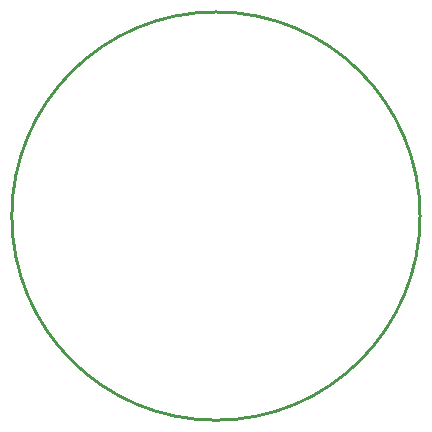
<source format=gko>
G04 Layer: BoardOutlineLayer*
G04 EasyEDA Pro v2.2.39.2, 2025-06-07 21:32:46*
G04 Gerber Generator version 0.3*
G04 Scale: 100 percent, Rotated: No, Reflected: No*
G04 Dimensions in millimeters*
G04 Leading zeros omitted, absolute positions, 4 integers and 5 decimals*
G04 Generated by one-click*
%FSLAX45Y45*%
%MOMM*%
%ADD10C,0.254*%
%ADD11C,0.3463*%
G75*


G04 Circle Start*
G54D10*
G01X-1728367Y0D02*
G03X1728367Y0I1728367J0D01*
G03X-1728367Y0I-1728367J0D01*
G04 Circle End*

M02*


</source>
